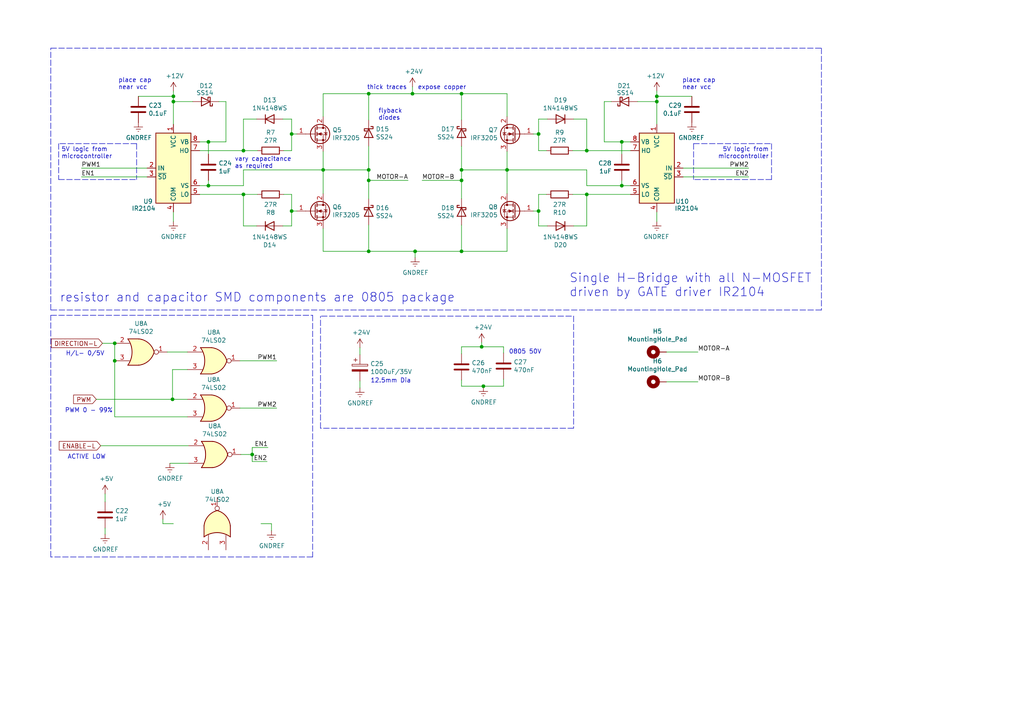
<source format=kicad_sch>
(kicad_sch (version 20211123) (generator eeschema)
  (paper "A4")
  (lib_symbols
    (symbol "74xx:74LS02" (pin_names (offset 1.016))
      (property "Reference" "U" (at 0 1.27 0))
      (property "Value" "74LS02" (at 0 -1.27 0))
      (symbol "74LS02_1_1"
        (arc (start -3.81 -3.81) (mid -2.589 0) (end -3.81 3.81) (stroke (width 0.254)))
        (arc (start -0.6096 -3.81) (mid 2.1855 -2.584) (end 3.81 0) (stroke (width 0.254)) (fill (type background)))
        (polyline (pts (xy -3.81 -3.81) (xy -0.635 -3.81)) (stroke (width 0.254)) (fill (type background)))
        (polyline (pts (xy -3.81 3.81) (xy -0.635 3.81)) (stroke (width 0.254)) (fill (type background)))
        (polyline (pts (xy -0.635 3.81) (xy -3.81 3.81) (xy -3.81 3.81) (xy -3.556 3.4036) (xy -3.0226 2.2606) (xy -2.6924 1.0414) (xy -2.6162 -0.254) (xy -2.7686 -1.4986) (xy -3.175 -2.7178) (xy -3.81 -3.81) (xy -3.81 -3.81) (xy -0.635 -3.81)) (stroke (width -25.4)) (fill (type background)))
        (arc (start 3.81 0) (mid 2.1928 2.5925) (end -0.6096 3.81) (stroke (width 0.254)) (fill (type background)))
        (pin output inverted (at 7.62 0 180) (length 3.81) (name "~") (number "1"))
        (pin input line (at -7.62 2.54 0) (length 4.318) (name "~") (number "2"))
        (pin input line (at -7.62 -2.54 0) (length 4.318) (name "~") (number "3"))
      )
      (symbol "74LS02_1_2"
        (arc (start 0 -3.81) (mid 3.81 0) (end 0 3.81) (stroke (width 0.254)) (fill (type background)))
        (polyline (pts (xy 0 3.81) (xy -3.81 3.81) (xy -3.81 -3.81) (xy 0 -3.81)) (stroke (width 0.254)) (fill (type background)))
        (pin output line (at 7.62 0 180) (length 3.81) (name "~") (number "1"))
        (pin input inverted (at -7.62 2.54 0) (length 3.81) (name "~") (number "2"))
        (pin input inverted (at -7.62 -2.54 0) (length 3.81) (name "~") (number "3"))
      )
      (symbol "74LS02_2_1"
        (arc (start -3.81 -3.81) (mid -2.589 0) (end -3.81 3.81) (stroke (width 0.254)))
        (arc (start -0.6096 -3.81) (mid 2.1855 -2.584) (end 3.81 0) (stroke (width 0.254)) (fill (type background)))
        (polyline (pts (xy -3.81 -3.81) (xy -0.635 -3.81)) (stroke (width 0.254)) (fill (type background)))
        (polyline (pts (xy -3.81 3.81) (xy -0.635 3.81)) (stroke (width 0.254)) (fill (type background)))
        (polyline (pts (xy -0.635 3.81) (xy -3.81 3.81) (xy -3.81 3.81) (xy -3.556 3.4036) (xy -3.0226 2.2606) (xy -2.6924 1.0414) (xy -2.6162 -0.254) (xy -2.7686 -1.4986) (xy -3.175 -2.7178) (xy -3.81 -3.81) (xy -3.81 -3.81) (xy -0.635 -3.81)) (stroke (width -25.4)) (fill (type background)))
        (arc (start 3.81 0) (mid 2.1928 2.5925) (end -0.6096 3.81) (stroke (width 0.254)) (fill (type background)))
        (pin output inverted (at 7.62 0 180) (length 3.81) (name "~") (number "4"))
        (pin input line (at -7.62 2.54 0) (length 4.318) (name "~") (number "5"))
        (pin input line (at -7.62 -2.54 0) (length 4.318) (name "~") (number "6"))
      )
      (symbol "74LS02_2_2"
        (arc (start 0 -3.81) (mid 3.81 0) (end 0 3.81) (stroke (width 0.254)) (fill (type background)))
        (polyline (pts (xy 0 3.81) (xy -3.81 3.81) (xy -3.81 -3.81) (xy 0 -3.81)) (stroke (width 0.254)) (fill (type background)))
        (pin output line (at 7.62 0 180) (length 3.81) (name "~") (number "4"))
        (pin input inverted (at -7.62 2.54 0) (length 3.81) (name "~") (number "5"))
        (pin input inverted (at -7.62 -2.54 0) (length 3.81) (name "~") (number "6"))
      )
      (symbol "74LS02_3_1"
        (arc (start -3.81 -3.81) (mid -2.589 0) (end -3.81 3.81) (stroke (width 0.254)))
        (arc (start -0.6096 -3.81) (mid 2.1855 -2.584) (end 3.81 0) (stroke (width 0.254)) (fill (type background)))
        (polyline (pts (xy -3.81 -3.81) (xy -0.635 -3.81)) (stroke (width 0.254)) (fill (type background)))
        (polyline (pts (xy -3.81 3.81) (xy -0.635 3.81)) (stroke (width 0.254)) (fill (type background)))
        (polyline (pts (xy -0.635 3.81) (xy -3.81 3.81) (xy -3.81 3.81) (xy -3.556 3.4036) (xy -3.0226 2.2606) (xy -2.6924 1.0414) (xy -2.6162 -0.254) (xy -2.7686 -1.4986) (xy -3.175 -2.7178) (xy -3.81 -3.81) (xy -3.81 -3.81) (xy -0.635 -3.81)) (stroke (width -25.4)) (fill (type background)))
        (arc (start 3.81 0) (mid 2.1928 2.5925) (end -0.6096 3.81) (stroke (width 0.254)) (fill (type background)))
        (pin output inverted (at 7.62 0 180) (length 3.81) (name "~") (number "10"))
        (pin input line (at -7.62 2.54 0) (length 4.318) (name "~") (number "8"))
        (pin input line (at -7.62 -2.54 0) (length 4.318) (name "~") (number "9"))
      )
      (symbol "74LS02_3_2"
        (arc (start 0 -3.81) (mid 3.81 0) (end 0 3.81) (stroke (width 0.254)) (fill (type background)))
        (polyline (pts (xy 0 3.81) (xy -3.81 3.81) (xy -3.81 -3.81) (xy 0 -3.81)) (stroke (width 0.254)) (fill (type background)))
        (pin output line (at 7.62 0 180) (length 3.81) (name "~") (number "10"))
        (pin input inverted (at -7.62 2.54 0) (length 3.81) (name "~") (number "8"))
        (pin input inverted (at -7.62 -2.54 0) (length 3.81) (name "~") (number "9"))
      )
      (symbol "74LS02_4_1"
        (arc (start -3.81 -3.81) (mid -2.589 0) (end -3.81 3.81) (stroke (width 0.254)))
        (arc (start -0.6096 -3.81) (mid 2.1855 -2.584) (end 3.81 0) (stroke (width 0.254)) (fill (type background)))
        (polyline (pts (xy -3.81 -3.81) (xy -0.635 -3.81)) (stroke (width 0.254)) (fill (type background)))
        (polyline (pts (xy -3.81 3.81) (xy -0.635 3.81)) (stroke (width 0.254)) (fill (type background)))
        (polyline (pts (xy -0.635 3.81) (xy -3.81 3.81) (xy -3.81 3.81) (xy -3.556 3.4036) (xy -3.0226 2.2606) (xy -2.6924 1.0414) (xy -2.6162 -0.254) (xy -2.7686 -1.4986) (xy -3.175 -2.7178) (xy -3.81 -3.81) (xy -3.81 -3.81) (xy -0.635 -3.81)) (stroke (width -25.4)) (fill (type background)))
        (arc (start 3.81 0) (mid 2.1928 2.5925) (end -0.6096 3.81) (stroke (width 0.254)) (fill (type background)))
        (pin input line (at -7.62 2.54 0) (length 4.318) (name "~") (number "11"))
        (pin input line (at -7.62 -2.54 0) (length 4.318) (name "~") (number "12"))
        (pin output inverted (at 7.62 0 180) (length 3.81) (name "~") (number "13"))
      )
      (symbol "74LS02_4_2"
        (arc (start 0 -3.81) (mid 3.81 0) (end 0 3.81) (stroke (width 0.254)) (fill (type background)))
        (polyline (pts (xy 0 3.81) (xy -3.81 3.81) (xy -3.81 -3.81) (xy 0 -3.81)) (stroke (width 0.254)) (fill (type background)))
        (pin input inverted (at -7.62 2.54 0) (length 3.81) (name "~") (number "11"))
        (pin input inverted (at -7.62 -2.54 0) (length 3.81) (name "~") (number "12"))
        (pin output line (at 7.62 0 180) (length 3.81) (name "~") (number "13"))
      )
      (symbol "74LS02_5_0"
        (pin power_in line (at 0 12.7 270) (length 5.08) (name "VCC") (number "14"))
        (pin power_in line (at 0 -12.7 90) (length 5.08) (name "GND") (number "7"))
      )
      (symbol "74LS02_5_1"
        (rectangle (start -5.08 7.62) (end 5.08 -7.62) (stroke (width 0.254)) (fill (type background)))
      )
    )
    (symbol "Device:C" (pin_numbers hide) (pin_names (offset 0.254))
      (property "Reference" "C" (at 0.635 2.54 0))
      (property "Value" "C" (at 0.635 -2.54 0))
      (symbol "C_0_1"
        (polyline (pts (xy -2.032 -0.762) (xy 2.032 -0.762)) (stroke (width 0.508)))
        (polyline (pts (xy -2.032 0.762) (xy 2.032 0.762)) (stroke (width 0.508)))
      )
      (symbol "C_1_1"
        (pin passive line (at 0 3.81 270) (length 2.794) (name "~") (number "1"))
        (pin passive line (at 0 -3.81 90) (length 2.794) (name "~") (number "2"))
      )
    )
    (symbol "Device:CP" (pin_numbers hide) (pin_names (offset 0.254))
      (property "Reference" "C" (at 0.635 2.54 0))
      (property "Value" "Device_CP" (at 0.635 -2.54 0))
      (symbol "CP_0_1"
        (rectangle (start -2.286 0.508) (end 2.286 1.016))
        (polyline (pts (xy -1.778 2.286) (xy -0.762 2.286)))
        (polyline (pts (xy -1.27 2.794) (xy -1.27 1.778)))
        (rectangle (start 2.286 -0.508) (end -2.286 -1.016) (fill (type outline)))
      )
      (symbol "CP_1_1"
        (pin passive line (at 0 3.81 270) (length 2.794) (name "~") (number "1"))
        (pin passive line (at 0 -3.81 90) (length 2.794) (name "~") (number "2"))
      )
    )
    (symbol "Device:D_Schottky" (pin_numbers hide) (pin_names (offset 1.016) hide)
      (property "Reference" "D" (at 0 2.54 0))
      (property "Value" "D_Schottky" (at 0 -2.54 0))
      (symbol "D_Schottky_0_1"
        (polyline (pts (xy 1.27 0) (xy -1.27 0)))
        (polyline (pts (xy 1.27 1.27) (xy 1.27 -1.27) (xy -1.27 0) (xy 1.27 1.27)) (stroke (width 0.254)))
        (polyline (pts (xy -1.905 0.635) (xy -1.905 1.27) (xy -1.27 1.27) (xy -1.27 -1.27) (xy -0.635 -1.27) (xy -0.635 -0.635)) (stroke (width 0.254)))
      )
      (symbol "D_Schottky_1_1"
        (pin passive line (at -3.81 0 0) (length 2.54) (name "K") (number "1"))
        (pin passive line (at 3.81 0 180) (length 2.54) (name "A") (number "2"))
      )
    )
    (symbol "Device:R" (pin_numbers hide) (pin_names (offset 0))
      (property "Reference" "R" (at 2.032 0 90))
      (property "Value" "R" (at 0 0 90))
      (symbol "R_0_1"
        (rectangle (start -1.016 -2.54) (end 1.016 2.54) (stroke (width 0.254)))
      )
      (symbol "R_1_1"
        (pin passive line (at 0 3.81 270) (length 1.27) (name "~") (number "1"))
        (pin passive line (at 0 -3.81 90) (length 1.27) (name "~") (number "2"))
      )
    )
    (symbol "Diode:1N4148WS" (pin_numbers hide) (pin_names (offset 1.016) hide)
      (property "Reference" "D" (at 0 2.54 0))
      (property "Value" "1N4148WS" (at 0 -2.54 0))
      (symbol "1N4148WS_0_1"
        (polyline (pts (xy -1.27 1.27) (xy -1.27 -1.27)) (stroke (width 0.254)))
        (polyline (pts (xy 1.27 0) (xy -1.27 0)))
        (polyline (pts (xy 1.27 1.27) (xy 1.27 -1.27) (xy -1.27 0) (xy 1.27 1.27)) (stroke (width 0.254)))
      )
      (symbol "1N4148WS_1_1"
        (pin passive line (at -3.81 0 0) (length 2.54) (name "K") (number "1"))
        (pin passive line (at 3.81 0 180) (length 2.54) (name "A") (number "2"))
      )
    )
    (symbol "Driver_FET:IR2104"
      (property "Reference" "U" (at 1.27 13.335 0))
      (property "Value" "IR2104" (at 1.27 11.43 0))
      (symbol "IR2104_0_1"
        (rectangle (start -5.08 -10.16) (end 5.08 10.16) (stroke (width 0.254)) (fill (type background)))
      )
      (symbol "IR2104_1_1"
        (pin power_in line (at 0 12.7 270) (length 2.54) (name "VCC") (number "1"))
        (pin input line (at -7.62 0 0) (length 2.54) (name "IN") (number "2"))
        (pin input line (at -7.62 -2.54 0) (length 2.54) (name "~{SD}") (number "3"))
        (pin power_in line (at 0 -12.7 90) (length 2.54) (name "COM") (number "4"))
        (pin output line (at 7.62 -7.62 180) (length 2.54) (name "LO") (number "5"))
        (pin passive line (at 7.62 -5.08 180) (length 2.54) (name "VS") (number "6"))
        (pin output line (at 7.62 5.08 180) (length 2.54) (name "HO") (number "7"))
        (pin passive line (at 7.62 7.62 180) (length 2.54) (name "VB") (number "8"))
      )
    )
    (symbol "Mechanical:MountingHole_Pad" (pin_numbers hide) (pin_names (offset 1.016) hide)
      (property "Reference" "H" (at 0 6.35 0))
      (property "Value" "MountingHole_Pad" (at 0 4.445 0))
      (symbol "MountingHole_Pad_0_1"
        (circle (center 0 1.27) (radius 1.27) (stroke (width 1.27)))
      )
      (symbol "MountingHole_Pad_1_1"
        (pin input line (at 0 -2.54 90) (length 2.54) (name "1") (number "1"))
      )
    )
    (symbol "Transistor_FET:IRF3205" (pin_names hide)
      (property "Reference" "Q" (at 6.35 1.905 0))
      (property "Value" "IRF3205" (at 6.35 0 0))
      (symbol "IRF3205_0_1"
        (polyline (pts (xy 0.254 0) (xy -2.54 0)))
        (polyline (pts (xy 0.254 1.905) (xy 0.254 -1.905)) (stroke (width 0.254)))
        (polyline (pts (xy 0.762 -1.27) (xy 0.762 -2.286)) (stroke (width 0.254)))
        (polyline (pts (xy 0.762 0.508) (xy 0.762 -0.508)) (stroke (width 0.254)))
        (polyline (pts (xy 0.762 2.286) (xy 0.762 1.27)) (stroke (width 0.254)))
        (polyline (pts (xy 2.54 2.54) (xy 2.54 1.778)))
        (polyline (pts (xy 2.54 -2.54) (xy 2.54 0) (xy 0.762 0)))
        (polyline (pts (xy 0.762 -1.778) (xy 3.302 -1.778) (xy 3.302 1.778) (xy 0.762 1.778)))
        (polyline (pts (xy 1.016 0) (xy 2.032 0.381) (xy 2.032 -0.381) (xy 1.016 0)) (fill (type outline)))
        (polyline (pts (xy 2.794 0.508) (xy 2.921 0.381) (xy 3.683 0.381) (xy 3.81 0.254)))
        (polyline (pts (xy 3.302 0.381) (xy 2.921 -0.254) (xy 3.683 -0.254) (xy 3.302 0.381)))
        (circle (center 1.651 0) (radius 2.794) (stroke (width 0.254)))
        (circle (center 2.54 -1.778) (radius 0.254) (fill (type outline)))
        (circle (center 2.54 1.778) (radius 0.254) (fill (type outline)))
      )
      (symbol "IRF3205_1_1"
        (pin input line (at -5.08 0 0) (length 2.54) (name "G") (number "1"))
        (pin passive line (at 2.54 5.08 270) (length 2.54) (name "D") (number "2"))
        (pin passive line (at 2.54 -5.08 90) (length 2.54) (name "S") (number "3"))
      )
    )
    (symbol "power:+12V" (power) (pin_names (offset 0))
      (property "Value" "+12V" (at 0 3.556 0))
      (symbol "+12V_0_1"
        (polyline (pts (xy -0.762 1.27) (xy 0 2.54)))
        (polyline (pts (xy 0 0) (xy 0 2.54)))
        (polyline (pts (xy 0 2.54) (xy 0.762 1.27)))
      )
      (symbol "+12V_1_1"
        (pin power_in line (at 0 0 90) (length 0) hide (name "+12V") (number "1"))
      )
    )
    (symbol "power:+24V" (power) (pin_names (offset 0))
      (property "Value" "+24V" (at 0 3.556 0))
      (symbol "+24V_0_1"
        (polyline (pts (xy -0.762 1.27) (xy 0 2.54)))
        (polyline (pts (xy 0 0) (xy 0 2.54)))
        (polyline (pts (xy 0 2.54) (xy 0.762 1.27)))
      )
      (symbol "+24V_1_1"
        (pin power_in line (at 0 0 90) (length 0) hide (name "+24V") (number "1"))
      )
    )
    (symbol "power:+5V" (power) (pin_names (offset 0))
      (property "Value" "+5V" (at 0 3.556 0))
      (symbol "+5V_0_1"
        (polyline (pts (xy -0.762 1.27) (xy 0 2.54)))
        (polyline (pts (xy 0 0) (xy 0 2.54)))
        (polyline (pts (xy 0 2.54) (xy 0.762 1.27)))
      )
      (symbol "+5V_1_1"
        (pin power_in line (at 0 0 90) (length 0) hide (name "+5V") (number "1"))
      )
    )
    (symbol "power:GNDREF" (power) (pin_names (offset 0))
      (property "Value" "GNDREF" (at 0 -3.81 0))
      (symbol "GNDREF_0_1"
        (polyline (pts (xy -0.635 -1.905) (xy 0.635 -1.905)))
        (polyline (pts (xy -0.127 -2.54) (xy 0.127 -2.54)))
        (polyline (pts (xy 0 -1.27) (xy 0 0)))
        (polyline (pts (xy 1.27 -1.27) (xy -1.27 -1.27)))
      )
      (symbol "GNDREF_1_1"
        (pin power_in line (at 0 0 270) (length 0) hide (name "GNDREF") (number "1"))
      )
    )
  )
  (junction (at 33.274 99.568))
  (junction (at 147.066 49.276))
  (junction (at 84.582 38.862))
  (junction (at 133.858 27.178))
  (junction (at 190.5 27.94))
  (junction (at 70.612 56.388))
  (junction (at 60.452 41.148))
  (junction (at 120.396 72.898))
  (junction (at 156.21 61.214))
  (junction (at 70.612 43.688))
  (junction (at 93.726 49.276))
  (junction (at 33.274 104.648))
  (junction (at 73.152 131.826))
  (junction (at 50.292 27.94))
  (junction (at 50.038 115.824))
  (junction (at 170.18 56.388))
  (junction (at 119.634 27.178))
  (junction (at 84.582 61.214))
  (junction (at 106.934 72.898))
  (junction (at 106.934 49.276))
  (junction (at 180.34 53.848))
  (junction (at 170.18 43.688))
  (junction (at 106.934 27.178))
  (junction (at 140.208 112.014))
  (junction (at 133.858 52.324))
  (junction (at 180.34 41.148))
  (junction (at 156.21 38.862))
  (junction (at 60.452 53.848))
  (junction (at 139.7 100.584))
  (junction (at 133.858 72.898))
  (junction (at 190.5 29.464))
  (junction (at 50.292 29.464))
  (junction (at 133.858 49.276))
  (junction (at 106.934 52.324))
  (wire (pts (xy 170.18 43.688) (xy 166.116 43.688)))
  (polyline (pts (xy 17.018 41.656) (xy 17.018 52.07)))
  (wire (pts (xy 50.292 29.464) (xy 50.292 36.068)))
  (wire (pts (xy 50.038 115.824) (xy 27.94 115.824)))
  (wire (pts (xy 57.912 43.688) (xy 70.612 43.688)))
  (wire (pts (xy 50.292 27.94) (xy 50.292 29.464)))
  (wire (pts (xy 73.152 129.794) (xy 77.724 129.794)))
  (wire (pts (xy 70.612 49.276) (xy 93.726 49.276)))
  (wire (pts (xy 146.05 109.982) (xy 146.05 112.014)))
  (wire (pts (xy 106.934 52.324) (xy 106.934 57.658)))
  (polyline (pts (xy 223.774 41.656) (xy 223.774 52.07)))
  (wire (pts (xy 84.582 65.532) (xy 84.582 61.214)))
  (wire (pts (xy 190.5 29.464) (xy 190.5 36.068)))
  (wire (pts (xy 70.612 53.848) (xy 70.612 49.276)))
  (wire (pts (xy 55.88 29.464) (xy 50.292 29.464)))
  (wire (pts (xy 65.532 41.148) (xy 60.452 41.148)))
  (wire (pts (xy 106.934 42.418) (xy 106.934 49.276)))
  (wire (pts (xy 156.21 34.544) (xy 156.21 38.862)))
  (wire (pts (xy 93.726 27.178) (xy 106.934 27.178)))
  (wire (pts (xy 146.05 100.584) (xy 146.05 102.362)))
  (polyline (pts (xy 93.218 91.694) (xy 166.37 91.694)))
  (wire (pts (xy 120.396 72.898) (xy 133.858 72.898)))
  (wire (pts (xy 156.21 43.688) (xy 158.496 43.688)))
  (wire (pts (xy 180.34 53.848) (xy 170.18 53.848)))
  (wire (pts (xy 40.132 27.94) (xy 50.292 27.94)))
  (wire (pts (xy 70.612 65.532) (xy 70.612 56.388)))
  (wire (pts (xy 73.152 131.826) (xy 73.152 133.858)))
  (wire (pts (xy 93.726 43.942) (xy 93.726 49.276)))
  (wire (pts (xy 70.612 34.544) (xy 70.612 43.688)))
  (wire (pts (xy 54.61 129.286) (xy 29.21 129.286)))
  (wire (pts (xy 42.672 51.308) (xy 23.622 51.308)))
  (wire (pts (xy 69.596 118.364) (xy 80.264 118.364)))
  (wire (pts (xy 60.452 44.704) (xy 60.452 41.148)))
  (wire (pts (xy 93.726 49.276) (xy 93.726 56.134)))
  (wire (pts (xy 193.294 110.744) (xy 202.438 110.744)))
  (wire (pts (xy 180.34 41.148) (xy 182.88 41.148)))
  (wire (pts (xy 42.672 48.768) (xy 23.622 48.768)))
  (wire (pts (xy 166.37 65.532) (xy 170.18 65.532)))
  (wire (pts (xy 50.038 107.188) (xy 50.038 115.824)))
  (wire (pts (xy 119.634 27.178) (xy 119.634 25.146)))
  (wire (pts (xy 139.7 100.584) (xy 146.05 100.584)))
  (wire (pts (xy 140.208 112.014) (xy 140.208 112.268)))
  (wire (pts (xy 170.18 53.848) (xy 170.18 49.276)))
  (wire (pts (xy 190.5 64.262) (xy 190.5 61.468)))
  (wire (pts (xy 70.612 43.688) (xy 74.676 43.688)))
  (wire (pts (xy 73.152 133.858) (xy 77.47 133.858)))
  (wire (pts (xy 120.396 74.676) (xy 120.396 72.898)))
  (wire (pts (xy 69.596 104.648) (xy 80.264 104.648)))
  (wire (pts (xy 47.244 150.622) (xy 47.244 151.892)))
  (wire (pts (xy 84.582 43.688) (xy 82.296 43.688)))
  (wire (pts (xy 146.05 112.014) (xy 140.208 112.014)))
  (polyline (pts (xy 14.732 161.544) (xy 14.732 91.44)))
  (wire (pts (xy 33.274 120.904) (xy 54.356 120.904)))
  (wire (pts (xy 190.5 27.94) (xy 190.5 29.464)))
  (wire (pts (xy 190.5 26.416) (xy 190.5 27.94)))
  (wire (pts (xy 175.26 29.464) (xy 175.26 41.148)))
  (wire (pts (xy 106.934 27.178) (xy 119.634 27.178)))
  (wire (pts (xy 65.532 29.464) (xy 65.532 41.148)))
  (wire (pts (xy 133.858 49.276) (xy 133.858 52.324)))
  (wire (pts (xy 118.364 52.324) (xy 106.934 52.324)))
  (wire (pts (xy 180.34 44.704) (xy 180.34 41.148)))
  (wire (pts (xy 156.21 56.388) (xy 158.496 56.388)))
  (polyline (pts (xy 92.964 124.206) (xy 92.964 91.694)))
  (wire (pts (xy 147.066 33.782) (xy 147.066 27.178)))
  (wire (pts (xy 84.582 61.214) (xy 84.582 56.388)))
  (wire (pts (xy 139.7 99.314) (xy 139.7 100.584)))
  (wire (pts (xy 54.61 134.366) (xy 49.276 134.366)))
  (polyline (pts (xy 17.018 52.07) (xy 39.624 52.07)))
  (wire (pts (xy 154.686 38.862) (xy 156.21 38.862)))
  (wire (pts (xy 147.066 66.294) (xy 147.066 72.898)))
  (wire (pts (xy 50.292 64.262) (xy 50.292 61.468)))
  (wire (pts (xy 78.74 151.892) (xy 78.74 153.924)))
  (wire (pts (xy 73.152 131.826) (xy 73.152 129.794)))
  (wire (pts (xy 48.514 102.108) (xy 54.356 102.108)))
  (polyline (pts (xy 238.252 89.916) (xy 14.732 89.916)))
  (wire (pts (xy 86.106 38.862) (xy 84.582 38.862)))
  (wire (pts (xy 84.582 56.388) (xy 82.296 56.388)))
  (wire (pts (xy 70.612 56.388) (xy 74.676 56.388)))
  (wire (pts (xy 93.726 49.276) (xy 106.934 49.276)))
  (wire (pts (xy 147.066 43.942) (xy 147.066 49.276)))
  (wire (pts (xy 84.582 38.862) (xy 84.582 43.688)))
  (wire (pts (xy 198.12 48.768) (xy 217.17 48.768)))
  (wire (pts (xy 147.066 49.276) (xy 147.066 56.134)))
  (wire (pts (xy 133.858 110.236) (xy 133.858 112.014)))
  (wire (pts (xy 156.21 38.862) (xy 156.21 43.688)))
  (wire (pts (xy 198.12 51.308) (xy 217.17 51.308)))
  (polyline (pts (xy 14.732 89.916) (xy 14.732 13.97)))
  (polyline (pts (xy 166.37 91.694) (xy 166.37 124.206)))
  (wire (pts (xy 170.18 34.544) (xy 170.18 43.688)))
  (wire (pts (xy 122.428 52.324) (xy 133.858 52.324)))
  (wire (pts (xy 106.934 49.276) (xy 106.934 52.324)))
  (wire (pts (xy 193.294 102.108) (xy 202.438 102.108)))
  (wire (pts (xy 182.88 53.848) (xy 180.34 53.848)))
  (wire (pts (xy 182.88 43.688) (xy 170.18 43.688)))
  (wire (pts (xy 147.066 72.898) (xy 133.858 72.898)))
  (wire (pts (xy 82.042 65.532) (xy 84.582 65.532)))
  (wire (pts (xy 84.582 34.544) (xy 84.582 38.862)))
  (wire (pts (xy 93.726 72.898) (xy 106.934 72.898)))
  (wire (pts (xy 74.422 34.544) (xy 70.612 34.544)))
  (polyline (pts (xy 39.624 41.656) (xy 17.018 41.656)))
  (wire (pts (xy 33.274 99.568) (xy 29.718 99.568)))
  (polyline (pts (xy 223.774 52.07) (xy 201.168 52.07)))
  (wire (pts (xy 147.066 49.276) (xy 133.858 49.276)))
  (wire (pts (xy 133.858 72.898) (xy 133.858 65.278)))
  (wire (pts (xy 154.686 61.214) (xy 156.21 61.214)))
  (wire (pts (xy 170.18 49.276) (xy 147.066 49.276)))
  (wire (pts (xy 63.5 29.464) (xy 65.532 29.464)))
  (wire (pts (xy 177.292 29.464) (xy 175.26 29.464)))
  (polyline (pts (xy 14.732 13.97) (xy 238.252 13.97)))
  (wire (pts (xy 30.48 154.94) (xy 30.48 153.162)))
  (wire (pts (xy 86.106 61.214) (xy 84.582 61.214)))
  (wire (pts (xy 74.422 65.532) (xy 70.612 65.532)))
  (wire (pts (xy 50.292 26.416) (xy 50.292 27.94)))
  (wire (pts (xy 33.274 104.648) (xy 33.274 120.904)))
  (polyline (pts (xy 90.678 161.544) (xy 14.732 161.544)))
  (wire (pts (xy 175.26 41.148) (xy 180.34 41.148)))
  (wire (pts (xy 104.394 112.522) (xy 104.394 110.49)))
  (polyline (pts (xy 238.252 13.97) (xy 238.252 89.916)))
  (wire (pts (xy 133.858 100.584) (xy 133.858 102.616)))
  (wire (pts (xy 106.934 72.898) (xy 120.396 72.898)))
  (polyline (pts (xy 39.624 41.656) (xy 39.624 52.07)))
  (polyline (pts (xy 90.678 91.44) (xy 90.678 161.544)))
  (wire (pts (xy 33.274 104.648) (xy 33.274 99.568)))
  (wire (pts (xy 139.7 100.584) (xy 133.858 100.584)))
  (wire (pts (xy 69.85 131.826) (xy 73.152 131.826)))
  (wire (pts (xy 93.726 33.782) (xy 93.726 27.178)))
  (wire (pts (xy 156.21 65.532) (xy 156.21 61.214)))
  (wire (pts (xy 158.75 65.532) (xy 156.21 65.532)))
  (wire (pts (xy 166.37 34.544) (xy 170.18 34.544)))
  (wire (pts (xy 54.356 107.188) (xy 50.038 107.188)))
  (wire (pts (xy 104.394 100.838) (xy 104.394 102.87)))
  (wire (pts (xy 106.934 72.898) (xy 106.934 65.278)))
  (wire (pts (xy 182.88 56.388) (xy 170.18 56.388)))
  (wire (pts (xy 147.066 27.178) (xy 133.858 27.178)))
  (wire (pts (xy 180.34 53.848) (xy 180.34 52.324)))
  (polyline (pts (xy 166.37 124.206) (xy 92.964 124.206)))
  (wire (pts (xy 60.452 53.848) (xy 70.612 53.848)))
  (polyline (pts (xy 201.168 41.656) (xy 223.774 41.656)))
  (wire (pts (xy 106.934 27.178) (xy 106.934 34.798)))
  (wire (pts (xy 50.038 115.824) (xy 54.356 115.824)))
  (wire (pts (xy 93.726 66.294) (xy 93.726 72.898)))
  (wire (pts (xy 30.48 145.542) (xy 30.48 143.256)))
  (wire (pts (xy 133.858 112.014) (xy 140.208 112.014)))
  (wire (pts (xy 57.912 53.848) (xy 60.452 53.848)))
  (wire (pts (xy 60.452 53.848) (xy 60.452 52.324)))
  (wire (pts (xy 184.912 29.464) (xy 190.5 29.464)))
  (polyline (pts (xy 14.732 91.44) (xy 90.678 91.44)))
  (wire (pts (xy 119.634 27.178) (xy 133.858 27.178)))
  (wire (pts (xy 82.042 34.544) (xy 84.582 34.544)))
  (wire (pts (xy 75.692 151.892) (xy 78.74 151.892)))
  (wire (pts (xy 133.858 27.178) (xy 133.858 34.798)))
  (wire (pts (xy 170.18 56.388) (xy 166.116 56.388)))
  (polyline (pts (xy 201.168 41.656) (xy 201.168 52.07)))
  (wire (pts (xy 60.452 41.148) (xy 57.912 41.148)))
  (wire (pts (xy 156.21 61.214) (xy 156.21 56.388)))
  (wire (pts (xy 170.18 65.532) (xy 170.18 56.388)))
  (wire (pts (xy 158.75 34.544) (xy 156.21 34.544)))
  (wire (pts (xy 133.858 42.418) (xy 133.858 49.276)))
  (wire (pts (xy 47.244 151.892) (xy 50.292 151.892)))
  (wire (pts (xy 133.858 52.324) (xy 133.858 57.658)))
  (wire (pts (xy 57.912 56.388) (xy 70.612 56.388)))
  (wire (pts (xy 200.66 27.94) (xy 190.5 27.94)))
  (text "vary capacitance\nas required" (at 68.072 49.022 0) (effects (font (size 1.27 1.27)) (justify left bottom)))
  (text "thick traces" (at 106.426 26.162 0) (effects (font (size 1.27 1.27)) (justify left bottom)))
  (text "ACTIVE LOW" (at 19.558 133.35 0) (effects (font (size 1.27 1.27)) (justify left bottom)))
  (text "Single H-Bridge with all N-MOSFET\ndriven by GATE driver IR2104" (at 165.1 86.36 0) (effects (font (size 2.54 2.54)) (justify left bottom)))
  (text "5V logic from\nmicrocontroller\n\n" (at 17.78 48.26 0) (effects (font (size 1.27 1.27)) (justify left bottom)))
  (text "12.5mm Dia" (at 107.442 111.252 0) (effects (font (size 1.27 1.27)) (justify left bottom)))
  (text "expose copper" (at 121.158 26.162 0) (effects (font (size 1.27 1.27)) (justify left bottom)))
  (text "flyback\ndiodes" (at 109.728 35.052 0) (effects (font (size 1.27 1.27)) (justify left bottom)))
  (text "resistor and capacitor SMD components are 0805 package" (at 17.272 87.884 0) (effects (font (size 2.54 2.54)) (justify left bottom)))
  (text "0805 50V" (at 147.574 102.87 0) (effects (font (size 1.27 1.27)) (justify left bottom)))
  (text "place cap \nnear vcc" (at 197.866 26.162 0) (effects (font (size 1.27 1.27)) (justify left bottom)))
  (text "5V logic from\nmicrocontroller\n\n" (at 223.012 48.26 180) (effects (font (size 1.27 1.27)) (justify right bottom)))
  (text "H/L- 0/5V" (at 19.05 103.378 0) (effects (font (size 1.27 1.27)) (justify left bottom)))
  (text "PWM 0 - 99%" (at 18.796 119.888 0) (effects (font (size 1.27 1.27)) (justify left bottom)))
  (text "place cap \nnear vcc" (at 34.29 26.162 0) (effects (font (size 1.27 1.27)) (justify left bottom)))
  (label "EN2" (at 77.47 133.858 180))
  (label "PWM2" (at 217.17 48.768 180))
  (label "MOTOR-A" (at 202.438 102.108 0))
  (label "MOTOR-A" (at 118.364 52.324 180))
  (label "PWM1" (at 80.264 104.648 180))
  (label "MOTOR-B" (at 202.438 110.744 0))
  (label "EN1" (at 23.622 51.308 0))
  (label "EN1" (at 77.724 129.794 180))
  (label "EN2" (at 217.17 51.308 180))
  (label "PWM1" (at 23.622 48.768 0))
  (label "PWM2" (at 80.264 118.364 180))
  (label "MOTOR-B" (at 122.428 52.324 0))
  (global_label "PWM" (shape input) (at 27.94 115.824 180) (property "Intersheet References" "${INTERSHEET_REFS}" (effects hide)))
  (global_label "DIRECTION-L" (shape input) (at 29.718 99.568 180) (property "Intersheet References" "${INTERSHEET_REFS}" (effects hide)))
  (global_label "ENABLE-L" (shape input) (at 29.21 129.286 180) (property "Intersheet References" "${INTERSHEET_REFS}" (effects hide)))
  (symbol (lib_id "Mechanical:MountingHole_Pad") (at 190.754 102.108 90)
    (property "Reference" "H5" (at 190.6778 96.0882 90))
    (property "Value" "MountingHole_Pad" (at 190.6778 98.3996 90))
    (property "Footprint" "MountingHole:MountingHole_2.2mm_M2_Pad_Via" (effects hide))
  )
  (symbol (lib_id "Mechanical:MountingHole_Pad") (at 190.754 110.744 90)
    (property "Reference" "H6" (at 190.6778 104.7242 90))
    (property "Value" "MountingHole_Pad" (at 190.6778 107.0356 90))
    (property "Footprint" "MountingHole:MountingHole_2.2mm_M2_Pad_Via" (effects hide))
  )
  (symbol (lib_id "Driver_FET:IR2104") (at 50.292 48.768 0)
    (property "Reference" "U9" (at 42.926 58.42 0))
    (property "Value" "IR2104" (at 41.656 60.452 0))
    (property "Footprint" "Package_SO:SOIC-8_3.9x4.9mm_P1.27mm" (effects hide))
    (property "Datasheet" "https://www.infineon.com/dgdl/ir2104.pdf?fileId=5546d462533600a4015355c7c1c31671" (effects hide))
  )
  (symbol (lib_id "power:+12V") (at 50.292 26.416 0)
    (property "Reference" "#PWR045" (effects hide))
    (property "Value" "+12V" (at 50.673 22.0218 0))
  )
  (symbol (lib_id "power:GNDREF") (at 50.292 64.262 0)
    (property "Reference" "#PWR046" (effects hide))
    (property "Value" "GNDREF" (at 50.419 68.6562 0))
  )
  (symbol (lib_id "Device:C") (at 40.132 31.75 0)
    (property "Reference" "C23" (at 43.053 30.5816 0) (effects (justify left)))
    (property "Value" "0.1uF" (at 43.053 32.893 0) (effects (justify left)))
    (property "Footprint" "Capacitor_SMD:C_0805_2012Metric" (effects hide))
  )
  (symbol (lib_id "Device:D_Schottky") (at 59.69 29.464 180)
    (property "Reference" "D12" (at 61.722 24.892 0) (effects (justify left)))
    (property "Value" "SS14" (at 61.976 26.924 0) (effects (justify left)))
    (property "Footprint" "Diode_SMD:D_SMA" (effects hide))
  )
  (symbol (lib_id "Device:C") (at 60.452 48.514 0)
    (property "Reference" "C24" (at 63.373 47.3456 0) (effects (justify left)))
    (property "Value" "1uF" (at 63.373 49.657 0) (effects (justify left)))
    (property "Footprint" "Capacitor_SMD:C_0805_2012Metric" (effects hide))
  )
  (symbol (lib_id "power:GNDREF") (at 40.132 35.56 0)
    (property "Reference" "#PWR042" (effects hide))
    (property "Value" "GNDREF" (at 40.259 39.9542 0))
  )
  (symbol (lib_id "power:+24V") (at 119.634 25.146 0)
    (property "Reference" "#PWR050" (effects hide))
    (property "Value" "+24V" (at 120.015 20.7518 0))
  )
  (symbol (lib_id "Device:D_Schottky") (at 106.934 38.608 270)
    (property "Reference" "D15" (at 108.966 37.4396 90) (effects (justify left)))
    (property "Value" "SS24" (at 108.966 39.751 90) (effects (justify left)))
    (property "Footprint" "Diode_SMD:D_SMA" (effects hide))
  )
  (symbol (lib_id "Transistor_FET:IRF3205") (at 91.186 38.862 0)
    (property "Reference" "Q5" (at 96.393 37.6936 0) (effects (justify left)))
    (property "Value" "IRF3205" (at 96.393 40.005 0) (effects (justify left)))
    (property "Footprint" "Package_TO_SOT_THT:TO-220-3_Vertical" (effects hide))
    (property "Datasheet" "http://www.irf.com/product-info/datasheets/data/irf3205.pdf" (effects hide))
  )
  (symbol (lib_id "Diode:1N4148WS") (at 78.232 34.544 0)
    (property "Reference" "D13" (at 78.232 29.0322 0))
    (property "Value" "1N4148WS" (at 78.232 31.3436 0))
    (property "Footprint" "Diode_SMD:D_SOD-323" (effects hide))
    (property "Datasheet" "https://www.vishay.com/docs/85751/1n4148ws.pdf" (effects hide))
  )
  (symbol (lib_id "Device:R") (at 78.486 43.688 270)
    (property "Reference" "R7" (at 78.486 38.4302 90))
    (property "Value" "27R" (at 78.486 40.7416 90))
    (property "Footprint" "Resistor_SMD:R_0805_2012Metric" (effects hide))
  )
  (symbol (lib_id "Device:D_Schottky") (at 106.934 61.468 270)
    (property "Reference" "D16" (at 108.966 60.2996 90) (effects (justify left)))
    (property "Value" "SS24" (at 108.966 62.611 90) (effects (justify left)))
    (property "Footprint" "Diode_SMD:D_SMA" (effects hide))
  )
  (symbol (lib_id "Transistor_FET:IRF3205") (at 91.186 61.214 0)
    (property "Reference" "Q6" (at 96.393 60.0456 0) (effects (justify left)))
    (property "Value" "IRF3205" (at 96.393 62.357 0) (effects (justify left)))
    (property "Footprint" "Package_TO_SOT_THT:TO-220-3_Vertical" (effects hide))
    (property "Datasheet" "http://www.irf.com/product-info/datasheets/data/irf3205.pdf" (effects hide))
  )
  (symbol (lib_id "Diode:1N4148WS") (at 78.232 65.532 0) (mirror x)
    (property "Reference" "D14" (at 78.232 71.0438 0))
    (property "Value" "1N4148WS" (at 78.232 68.7324 0))
    (property "Footprint" "Diode_SMD:D_SOD-323" (effects hide))
    (property "Datasheet" "https://www.vishay.com/docs/85751/1n4148ws.pdf" (effects hide))
  )
  (symbol (lib_id "Device:R") (at 78.486 56.388 270) (mirror x)
    (property "Reference" "R8" (at 78.486 61.6458 90))
    (property "Value" "27R" (at 78.486 59.3344 90))
    (property "Footprint" "Resistor_SMD:R_0805_2012Metric" (effects hide))
  )
  (symbol (lib_id "Driver_FET:IR2104") (at 190.5 48.768 0) (mirror y)
    (property "Reference" "U10" (at 197.866 58.42 0))
    (property "Value" "IR2104" (at 199.136 60.452 0))
    (property "Footprint" "Package_SO:SOIC-8_3.9x4.9mm_P1.27mm" (effects hide))
    (property "Datasheet" "https://www.infineon.com/dgdl/ir2104.pdf?fileId=5546d462533600a4015355c7c1c31671" (effects hide))
  )
  (symbol (lib_id "power:+12V") (at 190.5 26.416 0) (mirror y)
    (property "Reference" "#PWR054" (effects hide))
    (property "Value" "+12V" (at 190.119 22.0218 0))
  )
  (symbol (lib_id "power:GNDREF") (at 190.5 64.262 0) (mirror y)
    (property "Reference" "#PWR055" (effects hide))
    (property "Value" "GNDREF" (at 190.373 68.6562 0))
  )
  (symbol (lib_id "Device:C") (at 200.66 31.75 0) (mirror y)
    (property "Reference" "C29" (at 197.739 30.5816 0) (effects (justify left)))
    (property "Value" "0.1uF" (at 197.739 32.893 0) (effects (justify left)))
    (property "Footprint" "Capacitor_SMD:C_0805_2012Metric" (effects hide))
  )
  (symbol (lib_id "Device:D_Schottky") (at 181.102 29.464 0) (mirror x)
    (property "Reference" "D21" (at 179.07 24.892 0) (effects (justify left)))
    (property "Value" "SS14" (at 178.816 26.924 0) (effects (justify left)))
    (property "Footprint" "Diode_SMD:D_SMA" (effects hide))
  )
  (symbol (lib_id "Device:C") (at 180.34 48.514 0) (mirror y)
    (property "Reference" "C28" (at 177.419 47.3456 0) (effects (justify left)))
    (property "Value" "1uF" (at 177.419 49.657 0) (effects (justify left)))
    (property "Footprint" "Capacitor_SMD:C_0805_2012Metric" (effects hide))
  )
  (symbol (lib_id "power:GNDREF") (at 200.66 35.56 0) (mirror y)
    (property "Reference" "#PWR056" (effects hide))
    (property "Value" "GNDREF" (at 200.533 39.9542 0))
  )
  (symbol (lib_id "Device:D_Schottky") (at 133.858 38.608 90) (mirror x)
    (property "Reference" "D17" (at 131.826 37.4396 90) (effects (justify left)))
    (property "Value" "SS24" (at 131.826 39.751 90) (effects (justify left)))
    (property "Footprint" "Diode_SMD:D_SMA" (effects hide))
  )
  (symbol (lib_id "Transistor_FET:IRF3205") (at 149.606 38.862 0) (mirror y)
    (property "Reference" "Q7" (at 144.399 37.6936 0) (effects (justify left)))
    (property "Value" "IRF3205" (at 144.399 40.005 0) (effects (justify left)))
    (property "Footprint" "Package_TO_SOT_THT:TO-220-3_Vertical" (effects hide))
    (property "Datasheet" "http://www.irf.com/product-info/datasheets/data/irf3205.pdf" (effects hide))
  )
  (symbol (lib_id "Diode:1N4148WS") (at 162.56 34.544 0) (mirror y)
    (property "Reference" "D19" (at 162.56 29.0322 0))
    (property "Value" "1N4148WS" (at 162.56 31.3436 0))
    (property "Footprint" "Diode_SMD:D_SOD-323" (effects hide))
    (property "Datasheet" "https://www.vishay.com/docs/85751/1n4148ws.pdf" (effects hide))
  )
  (symbol (lib_id "Device:R") (at 162.306 43.688 90) (mirror x)
    (property "Reference" "R9" (at 162.306 38.4302 90))
    (property "Value" "27R" (at 162.306 40.7416 90))
    (property "Footprint" "Resistor_SMD:R_0805_2012Metric" (effects hide))
  )
  (symbol (lib_id "Device:D_Schottky") (at 133.858 61.468 90) (mirror x)
    (property "Reference" "D18" (at 131.826 60.2996 90) (effects (justify left)))
    (property "Value" "SS24" (at 131.826 62.611 90) (effects (justify left)))
    (property "Footprint" "Diode_SMD:D_SMA" (effects hide))
  )
  (symbol (lib_id "Transistor_FET:IRF3205") (at 149.606 61.214 0) (mirror y)
    (property "Reference" "Q8" (at 144.399 60.0456 0) (effects (justify left)))
    (property "Value" "IRF3205" (at 144.399 62.357 0) (effects (justify left)))
    (property "Footprint" "Package_TO_SOT_THT:TO-220-3_Vertical" (effects hide))
    (property "Datasheet" "http://www.irf.com/product-info/datasheets/data/irf3205.pdf" (effects hide))
  )
  (symbol (lib_id "Diode:1N4148WS") (at 162.56 65.532 180)
    (property "Reference" "D20" (at 162.56 71.0438 0))
    (property "Value" "1N4148WS" (at 162.56 68.7324 0))
    (property "Footprint" "Diode_SMD:D_SOD-323" (effects hide))
    (property "Datasheet" "https://www.vishay.com/docs/85751/1n4148ws.pdf" (effects hide))
  )
  (symbol (lib_id "Device:R") (at 162.306 56.388 90)
    (property "Reference" "R10" (at 162.306 61.6458 90))
    (property "Value" "27R" (at 162.306 59.3344 90))
    (property "Footprint" "Resistor_SMD:R_0805_2012Metric" (effects hide))
  )
  (symbol (lib_id "power:GNDREF") (at 120.396 74.676 0)
    (property "Reference" "#PWR051" (effects hide))
    (property "Value" "GNDREF" (at 120.523 79.0702 0))
  )
  (symbol (lib_id "74xx:74LS02") (at 40.894 102.108 0)
    (property "Reference" "U8" (at 40.894 93.853 0))
    (property "Value" "74LS02" (at 40.894 96.1644 0))
    (property "Footprint" "Package_SO:SOIC-14_3.9x8.7mm_P1.27mm" (effects hide))
    (property "Datasheet" "http://www.ti.com/lit/gpn/sn74ls02" (effects hide))
  )
  (symbol (lib_id "74xx:74LS02") (at 61.976 104.648 0)
    (property "Reference" "U8" (at 61.976 96.393 0))
    (property "Value" "74LS02" (at 61.976 98.7044 0))
    (property "Footprint" "Package_SO:SOIC-14_3.9x8.7mm_P1.27mm" (effects hide))
    (property "Datasheet" "http://www.ti.com/lit/gpn/sn74ls02" (effects hide))
  )
  (symbol (lib_id "74xx:74LS02") (at 61.976 118.364 0)
    (property "Reference" "U8" (at 61.976 110.109 0))
    (property "Value" "74LS02" (at 61.976 112.4204 0))
    (property "Footprint" "Package_SO:SOIC-14_3.9x8.7mm_P1.27mm" (effects hide))
    (property "Datasheet" "http://www.ti.com/lit/gpn/sn74ls02" (effects hide))
  )
  (symbol (lib_id "74xx:74LS02") (at 62.23 131.826 0)
    (property "Reference" "U8" (at 62.23 123.571 0))
    (property "Value" "74LS02" (at 62.23 125.8824 0))
    (property "Footprint" "Package_SO:SOIC-14_3.9x8.7mm_P1.27mm" (effects hide))
    (property "Datasheet" "http://www.ti.com/lit/gpn/sn74ls02" (effects hide))
  )
  (symbol (lib_id "74xx:74LS02") (at 62.992 151.892 90)
    (property "Reference" "U8" (at 62.992 142.5702 90))
    (property "Value" "74LS02" (at 62.992 144.8816 90))
    (property "Footprint" "Package_SO:SOIC-14_3.9x8.7mm_P1.27mm" (effects hide))
    (property "Datasheet" "http://www.ti.com/lit/gpn/sn74ls02" (effects hide))
  )
  (symbol (lib_id "power:+5V") (at 30.48 143.256 0)
    (property "Reference" "#PWR040" (effects hide))
    (property "Value" "+5V" (at 30.861 138.8618 0))
  )
  (symbol (lib_id "power:GNDREF") (at 30.48 154.94 0)
    (property "Reference" "#PWR041" (effects hide))
    (property "Value" "GNDREF" (at 30.607 159.3342 0))
  )
  (symbol (lib_id "Device:C") (at 30.48 149.352 0)
    (property "Reference" "C22" (at 33.401 148.1836 0) (effects (justify left)))
    (property "Value" "1uF" (at 33.401 150.495 0) (effects (justify left)))
    (property "Footprint" "Capacitor_SMD:C_0805_2012Metric" (effects hide))
  )
  (symbol (lib_id "power:GNDREF") (at 49.276 134.366 0)
    (property "Reference" "#PWR044" (effects hide))
    (property "Value" "GNDREF" (at 49.403 138.7602 0))
  )
  (symbol (lib_id "power:+5V") (at 47.244 150.622 0)
    (property "Reference" "#PWR043" (effects hide))
    (property "Value" "+5V" (at 47.625 146.2278 0))
  )
  (symbol (lib_id "power:GNDREF") (at 78.74 153.924 0)
    (property "Reference" "#PWR047" (effects hide))
    (property "Value" "GNDREF" (at 78.867 158.3182 0))
  )
  (symbol (lib_id "power:+24V") (at 104.394 100.838 0)
    (property "Reference" "#PWR048" (effects hide))
    (property "Value" "+24V" (at 104.775 96.4438 0))
  )
  (symbol (lib_id "Device:CP") (at 104.394 106.68 0)
    (property "Reference" "C25" (at 107.3912 105.5116 0) (effects (justify left)))
    (property "Value" "1000uF/35V" (at 107.3912 107.823 0) (effects (justify left)))
    (property "Footprint" "Capacitor_THT:CP_Radial_D12.5mm_P5.00mm" (effects hide))
  )
  (symbol (lib_id "power:GNDREF") (at 104.394 112.522 0)
    (property "Reference" "#PWR049" (effects hide))
    (property "Value" "GNDREF" (at 104.521 116.9162 0))
  )
  (symbol (lib_id "Device:C") (at 133.858 106.426 0)
    (property "Reference" "C26" (at 136.779 105.2576 0) (effects (justify left)))
    (property "Value" "470nF" (at 136.779 107.569 0) (effects (justify left)))
    (property "Footprint" "Capacitor_SMD:C_0805_2012Metric" (effects hide))
  )
  (symbol (lib_id "Device:C") (at 146.05 106.172 0)
    (property "Reference" "C27" (at 148.971 105.0036 0) (effects (justify left)))
    (property "Value" "470nF" (at 148.971 107.315 0) (effects (justify left)))
    (property "Footprint" "Capacitor_SMD:C_0805_2012Metric" (effects hide))
  )
  (symbol (lib_id "power:+24V") (at 139.7 99.314 0)
    (property "Reference" "#PWR052" (effects hide))
    (property "Value" "+24V" (at 140.081 94.9198 0))
  )
  (symbol (lib_id "power:GNDREF") (at 140.208 112.268 0)
    (property "Reference" "#PWR053" (effects hide))
    (property "Value" "GNDREF" (at 140.335 116.6622 0))
  )
)
</source>
